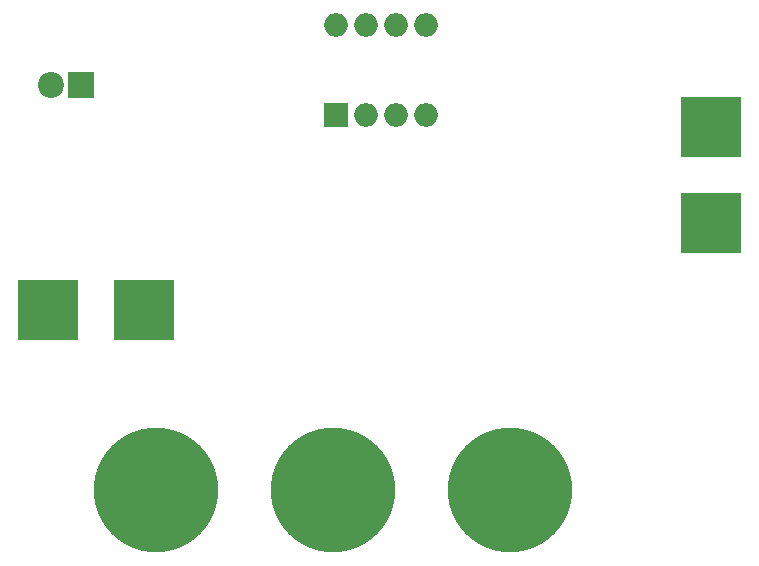
<source format=gbr>
G04 #@! TF.FileFunction,Soldermask,Top*
%FSLAX46Y46*%
G04 Gerber Fmt 4.6, Leading zero omitted, Abs format (unit mm)*
G04 Created by KiCad (PCBNEW 4.0.7) date 05/06/18 20:10:14*
%MOMM*%
%LPD*%
G01*
G04 APERTURE LIST*
%ADD10C,0.100000*%
%ADD11R,2.200000X2.200000*%
%ADD12C,2.200000*%
%ADD13C,10.560000*%
%ADD14R,5.100000X5.100000*%
%ADD15R,2.000000X2.000000*%
%ADD16O,2.000000X2.000000*%
G04 APERTURE END LIST*
D10*
D11*
X153670000Y-101600000D03*
D12*
X151130000Y-101600000D03*
D13*
X160020000Y-135890000D03*
X189990000Y-135890000D03*
X175010000Y-135890000D03*
D14*
X207010000Y-105160000D03*
X207010000Y-113280000D03*
X159000000Y-120650000D03*
X150880000Y-120650000D03*
D15*
X175260000Y-104140000D03*
D16*
X182880000Y-96520000D03*
X177800000Y-104140000D03*
X180340000Y-96520000D03*
X180340000Y-104140000D03*
X177800000Y-96520000D03*
X182880000Y-104140000D03*
X175260000Y-96520000D03*
M02*

</source>
